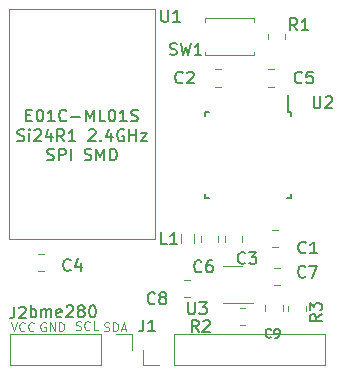
<source format=gbr>
G04 #@! TF.GenerationSoftware,KiCad,Pcbnew,(6.0.11)*
G04 #@! TF.CreationDate,2023-02-28T22:09:58+01:00*
G04 #@! TF.ProjectId,atmega328p-au--e01c-ml01s--bme280--cr2032,61746d65-6761-4333-9238-702d61752d2d,rev?*
G04 #@! TF.SameCoordinates,Original*
G04 #@! TF.FileFunction,Legend,Top*
G04 #@! TF.FilePolarity,Positive*
%FSLAX46Y46*%
G04 Gerber Fmt 4.6, Leading zero omitted, Abs format (unit mm)*
G04 Created by KiCad (PCBNEW (6.0.11)) date 2023-02-28 22:09:58*
%MOMM*%
%LPD*%
G01*
G04 APERTURE LIST*
%ADD10C,0.125000*%
%ADD11C,0.150000*%
%ADD12C,0.120000*%
G04 APERTURE END LIST*
D10*
X98551571Y-88320000D02*
X98480142Y-88284285D01*
X98373000Y-88284285D01*
X98265857Y-88320000D01*
X98194428Y-88391428D01*
X98158714Y-88462857D01*
X98123000Y-88605714D01*
X98123000Y-88712857D01*
X98158714Y-88855714D01*
X98194428Y-88927142D01*
X98265857Y-88998571D01*
X98373000Y-89034285D01*
X98444428Y-89034285D01*
X98551571Y-88998571D01*
X98587285Y-88962857D01*
X98587285Y-88712857D01*
X98444428Y-88712857D01*
X98908714Y-89034285D02*
X98908714Y-88284285D01*
X99337285Y-89034285D01*
X99337285Y-88284285D01*
X99694428Y-89034285D02*
X99694428Y-88284285D01*
X99873000Y-88284285D01*
X99980142Y-88320000D01*
X100051571Y-88391428D01*
X100087285Y-88462857D01*
X100123000Y-88605714D01*
X100123000Y-88712857D01*
X100087285Y-88855714D01*
X100051571Y-88927142D01*
X99980142Y-88998571D01*
X99873000Y-89034285D01*
X99694428Y-89034285D01*
D11*
X97284904Y-87847380D02*
X97284904Y-86847380D01*
X97284904Y-87228333D02*
X97380142Y-87180714D01*
X97570619Y-87180714D01*
X97665857Y-87228333D01*
X97713476Y-87275952D01*
X97761095Y-87371190D01*
X97761095Y-87656904D01*
X97713476Y-87752142D01*
X97665857Y-87799761D01*
X97570619Y-87847380D01*
X97380142Y-87847380D01*
X97284904Y-87799761D01*
X98189666Y-87847380D02*
X98189666Y-87180714D01*
X98189666Y-87275952D02*
X98237285Y-87228333D01*
X98332523Y-87180714D01*
X98475380Y-87180714D01*
X98570619Y-87228333D01*
X98618238Y-87323571D01*
X98618238Y-87847380D01*
X98618238Y-87323571D02*
X98665857Y-87228333D01*
X98761095Y-87180714D01*
X98903952Y-87180714D01*
X98999190Y-87228333D01*
X99046809Y-87323571D01*
X99046809Y-87847380D01*
X99903952Y-87799761D02*
X99808714Y-87847380D01*
X99618238Y-87847380D01*
X99523000Y-87799761D01*
X99475380Y-87704523D01*
X99475380Y-87323571D01*
X99523000Y-87228333D01*
X99618238Y-87180714D01*
X99808714Y-87180714D01*
X99903952Y-87228333D01*
X99951571Y-87323571D01*
X99951571Y-87418809D01*
X99475380Y-87514047D01*
X100332523Y-86942619D02*
X100380142Y-86895000D01*
X100475380Y-86847380D01*
X100713476Y-86847380D01*
X100808714Y-86895000D01*
X100856333Y-86942619D01*
X100903952Y-87037857D01*
X100903952Y-87133095D01*
X100856333Y-87275952D01*
X100284904Y-87847380D01*
X100903952Y-87847380D01*
X101475380Y-87275952D02*
X101380142Y-87228333D01*
X101332523Y-87180714D01*
X101284904Y-87085476D01*
X101284904Y-87037857D01*
X101332523Y-86942619D01*
X101380142Y-86895000D01*
X101475380Y-86847380D01*
X101665857Y-86847380D01*
X101761095Y-86895000D01*
X101808714Y-86942619D01*
X101856333Y-87037857D01*
X101856333Y-87085476D01*
X101808714Y-87180714D01*
X101761095Y-87228333D01*
X101665857Y-87275952D01*
X101475380Y-87275952D01*
X101380142Y-87323571D01*
X101332523Y-87371190D01*
X101284904Y-87466428D01*
X101284904Y-87656904D01*
X101332523Y-87752142D01*
X101380142Y-87799761D01*
X101475380Y-87847380D01*
X101665857Y-87847380D01*
X101761095Y-87799761D01*
X101808714Y-87752142D01*
X101856333Y-87656904D01*
X101856333Y-87466428D01*
X101808714Y-87371190D01*
X101761095Y-87323571D01*
X101665857Y-87275952D01*
X102475380Y-86847380D02*
X102570619Y-86847380D01*
X102665857Y-86895000D01*
X102713476Y-86942619D01*
X102761095Y-87037857D01*
X102808714Y-87228333D01*
X102808714Y-87466428D01*
X102761095Y-87656904D01*
X102713476Y-87752142D01*
X102665857Y-87799761D01*
X102570619Y-87847380D01*
X102475380Y-87847380D01*
X102380142Y-87799761D01*
X102332523Y-87752142D01*
X102284904Y-87656904D01*
X102237285Y-87466428D01*
X102237285Y-87228333D01*
X102284904Y-87037857D01*
X102332523Y-86942619D01*
X102380142Y-86895000D01*
X102475380Y-86847380D01*
D10*
X95623000Y-88284285D02*
X95873000Y-89034285D01*
X96123000Y-88284285D01*
X96801571Y-88962857D02*
X96765857Y-88998571D01*
X96658714Y-89034285D01*
X96587285Y-89034285D01*
X96480142Y-88998571D01*
X96408714Y-88927142D01*
X96373000Y-88855714D01*
X96337285Y-88712857D01*
X96337285Y-88605714D01*
X96373000Y-88462857D01*
X96408714Y-88391428D01*
X96480142Y-88320000D01*
X96587285Y-88284285D01*
X96658714Y-88284285D01*
X96765857Y-88320000D01*
X96801571Y-88355714D01*
X97551571Y-88962857D02*
X97515857Y-88998571D01*
X97408714Y-89034285D01*
X97337285Y-89034285D01*
X97230142Y-88998571D01*
X97158714Y-88927142D01*
X97123000Y-88855714D01*
X97087285Y-88712857D01*
X97087285Y-88605714D01*
X97123000Y-88462857D01*
X97158714Y-88391428D01*
X97230142Y-88320000D01*
X97337285Y-88284285D01*
X97408714Y-88284285D01*
X97515857Y-88320000D01*
X97551571Y-88355714D01*
X101130142Y-88898571D02*
X101237285Y-88934285D01*
X101415857Y-88934285D01*
X101487285Y-88898571D01*
X101523000Y-88862857D01*
X101558714Y-88791428D01*
X101558714Y-88720000D01*
X101523000Y-88648571D01*
X101487285Y-88612857D01*
X101415857Y-88577142D01*
X101273000Y-88541428D01*
X101201571Y-88505714D01*
X101165857Y-88470000D01*
X101130142Y-88398571D01*
X101130142Y-88327142D01*
X101165857Y-88255714D01*
X101201571Y-88220000D01*
X101273000Y-88184285D01*
X101451571Y-88184285D01*
X101558714Y-88220000D01*
X102308714Y-88862857D02*
X102273000Y-88898571D01*
X102165857Y-88934285D01*
X102094428Y-88934285D01*
X101987285Y-88898571D01*
X101915857Y-88827142D01*
X101880142Y-88755714D01*
X101844428Y-88612857D01*
X101844428Y-88505714D01*
X101880142Y-88362857D01*
X101915857Y-88291428D01*
X101987285Y-88220000D01*
X102094428Y-88184285D01*
X102165857Y-88184285D01*
X102273000Y-88220000D01*
X102308714Y-88255714D01*
X102987285Y-88934285D02*
X102630142Y-88934285D01*
X102630142Y-88184285D01*
X103512285Y-88998571D02*
X103619428Y-89034285D01*
X103798000Y-89034285D01*
X103869428Y-88998571D01*
X103905142Y-88962857D01*
X103940857Y-88891428D01*
X103940857Y-88820000D01*
X103905142Y-88748571D01*
X103869428Y-88712857D01*
X103798000Y-88677142D01*
X103655142Y-88641428D01*
X103583714Y-88605714D01*
X103548000Y-88570000D01*
X103512285Y-88498571D01*
X103512285Y-88427142D01*
X103548000Y-88355714D01*
X103583714Y-88320000D01*
X103655142Y-88284285D01*
X103833714Y-88284285D01*
X103940857Y-88320000D01*
X104262285Y-89034285D02*
X104262285Y-88284285D01*
X104440857Y-88284285D01*
X104548000Y-88320000D01*
X104619428Y-88391428D01*
X104655142Y-88462857D01*
X104690857Y-88605714D01*
X104690857Y-88712857D01*
X104655142Y-88855714D01*
X104619428Y-88927142D01*
X104548000Y-88998571D01*
X104440857Y-89034285D01*
X104262285Y-89034285D01*
X104976571Y-88820000D02*
X105333714Y-88820000D01*
X104905142Y-89034285D02*
X105155142Y-88284285D01*
X105405142Y-89034285D01*
D11*
X121925380Y-87611666D02*
X121449190Y-87945000D01*
X121925380Y-88183095D02*
X120925380Y-88183095D01*
X120925380Y-87802142D01*
X120973000Y-87706904D01*
X121020619Y-87659285D01*
X121115857Y-87611666D01*
X121258714Y-87611666D01*
X121353952Y-87659285D01*
X121401571Y-87706904D01*
X121449190Y-87802142D01*
X121449190Y-88183095D01*
X120925380Y-87278333D02*
X120925380Y-86659285D01*
X121306333Y-86992619D01*
X121306333Y-86849761D01*
X121353952Y-86754523D01*
X121401571Y-86706904D01*
X121496809Y-86659285D01*
X121734904Y-86659285D01*
X121830142Y-86706904D01*
X121877761Y-86754523D01*
X121925380Y-86849761D01*
X121925380Y-87135476D01*
X121877761Y-87230714D01*
X121830142Y-87278333D01*
X111506333Y-89097380D02*
X111173000Y-88621190D01*
X110934904Y-89097380D02*
X110934904Y-88097380D01*
X111315857Y-88097380D01*
X111411095Y-88145000D01*
X111458714Y-88192619D01*
X111506333Y-88287857D01*
X111506333Y-88430714D01*
X111458714Y-88525952D01*
X111411095Y-88573571D01*
X111315857Y-88621190D01*
X110934904Y-88621190D01*
X111887285Y-88192619D02*
X111934904Y-88145000D01*
X112030142Y-88097380D01*
X112268238Y-88097380D01*
X112363476Y-88145000D01*
X112411095Y-88192619D01*
X112458714Y-88287857D01*
X112458714Y-88383095D01*
X112411095Y-88525952D01*
X111839666Y-89097380D01*
X112458714Y-89097380D01*
X117648000Y-89512857D02*
X117612285Y-89548571D01*
X117505142Y-89584285D01*
X117433714Y-89584285D01*
X117326571Y-89548571D01*
X117255142Y-89477142D01*
X117219428Y-89405714D01*
X117183714Y-89262857D01*
X117183714Y-89155714D01*
X117219428Y-89012857D01*
X117255142Y-88941428D01*
X117326571Y-88870000D01*
X117433714Y-88834285D01*
X117505142Y-88834285D01*
X117612285Y-88870000D01*
X117648000Y-88905714D01*
X118005142Y-89584285D02*
X118148000Y-89584285D01*
X118219428Y-89548571D01*
X118255142Y-89512857D01*
X118326571Y-89405714D01*
X118362285Y-89262857D01*
X118362285Y-88977142D01*
X118326571Y-88905714D01*
X118290857Y-88870000D01*
X118219428Y-88834285D01*
X118076571Y-88834285D01*
X118005142Y-88870000D01*
X117969428Y-88905714D01*
X117933714Y-88977142D01*
X117933714Y-89155714D01*
X117969428Y-89227142D01*
X118005142Y-89262857D01*
X118076571Y-89298571D01*
X118219428Y-89298571D01*
X118290857Y-89262857D01*
X118326571Y-89227142D01*
X118362285Y-89155714D01*
X108361095Y-61847380D02*
X108361095Y-62656904D01*
X108408714Y-62752142D01*
X108456333Y-62799761D01*
X108551571Y-62847380D01*
X108742047Y-62847380D01*
X108837285Y-62799761D01*
X108884904Y-62752142D01*
X108932523Y-62656904D01*
X108932523Y-61847380D01*
X109932523Y-62847380D02*
X109361095Y-62847380D01*
X109646809Y-62847380D02*
X109646809Y-61847380D01*
X109551571Y-61990238D01*
X109456333Y-62085476D01*
X109361095Y-62133095D01*
X96937737Y-70743907D02*
X97271071Y-70743907D01*
X97413928Y-71267716D02*
X96937737Y-71267716D01*
X96937737Y-70267716D01*
X97413928Y-70267716D01*
X98032975Y-70267716D02*
X98128214Y-70267716D01*
X98223452Y-70315336D01*
X98271071Y-70362955D01*
X98318690Y-70458193D01*
X98366309Y-70648669D01*
X98366309Y-70886764D01*
X98318690Y-71077240D01*
X98271071Y-71172478D01*
X98223452Y-71220097D01*
X98128214Y-71267716D01*
X98032975Y-71267716D01*
X97937737Y-71220097D01*
X97890118Y-71172478D01*
X97842499Y-71077240D01*
X97794880Y-70886764D01*
X97794880Y-70648669D01*
X97842499Y-70458193D01*
X97890118Y-70362955D01*
X97937737Y-70315336D01*
X98032975Y-70267716D01*
X99318690Y-71267716D02*
X98747261Y-71267716D01*
X99032975Y-71267716D02*
X99032975Y-70267716D01*
X98937737Y-70410574D01*
X98842499Y-70505812D01*
X98747261Y-70553431D01*
X100318690Y-71172478D02*
X100271071Y-71220097D01*
X100128214Y-71267716D01*
X100032975Y-71267716D01*
X99890118Y-71220097D01*
X99794880Y-71124859D01*
X99747261Y-71029621D01*
X99699642Y-70839145D01*
X99699642Y-70696288D01*
X99747261Y-70505812D01*
X99794880Y-70410574D01*
X99890118Y-70315336D01*
X100032975Y-70267716D01*
X100128214Y-70267716D01*
X100271071Y-70315336D01*
X100318690Y-70362955D01*
X100747261Y-70886764D02*
X101509166Y-70886764D01*
X101985356Y-71267716D02*
X101985356Y-70267716D01*
X102318690Y-70982002D01*
X102652023Y-70267716D01*
X102652023Y-71267716D01*
X103604404Y-71267716D02*
X103128214Y-71267716D01*
X103128214Y-70267716D01*
X104128214Y-70267716D02*
X104223452Y-70267716D01*
X104318690Y-70315336D01*
X104366309Y-70362955D01*
X104413928Y-70458193D01*
X104461547Y-70648669D01*
X104461547Y-70886764D01*
X104413928Y-71077240D01*
X104366309Y-71172478D01*
X104318690Y-71220097D01*
X104223452Y-71267716D01*
X104128214Y-71267716D01*
X104032975Y-71220097D01*
X103985356Y-71172478D01*
X103937737Y-71077240D01*
X103890118Y-70886764D01*
X103890118Y-70648669D01*
X103937737Y-70458193D01*
X103985356Y-70362955D01*
X104032975Y-70315336D01*
X104128214Y-70267716D01*
X105413928Y-71267716D02*
X104842499Y-71267716D01*
X105128214Y-71267716D02*
X105128214Y-70267716D01*
X105032975Y-70410574D01*
X104937737Y-70505812D01*
X104842499Y-70553431D01*
X105794880Y-71220097D02*
X105937737Y-71267716D01*
X106175833Y-71267716D01*
X106271071Y-71220097D01*
X106318690Y-71172478D01*
X106366309Y-71077240D01*
X106366309Y-70982002D01*
X106318690Y-70886764D01*
X106271071Y-70839145D01*
X106175833Y-70791526D01*
X105985356Y-70743907D01*
X105890118Y-70696288D01*
X105842499Y-70648669D01*
X105794880Y-70553431D01*
X105794880Y-70458193D01*
X105842499Y-70362955D01*
X105890118Y-70315336D01*
X105985356Y-70267716D01*
X106223452Y-70267716D01*
X106366309Y-70315336D01*
X98675833Y-74526097D02*
X98818690Y-74573716D01*
X99056785Y-74573716D01*
X99152023Y-74526097D01*
X99199642Y-74478478D01*
X99247261Y-74383240D01*
X99247261Y-74288002D01*
X99199642Y-74192764D01*
X99152023Y-74145145D01*
X99056785Y-74097526D01*
X98866309Y-74049907D01*
X98771071Y-74002288D01*
X98723452Y-73954669D01*
X98675833Y-73859431D01*
X98675833Y-73764193D01*
X98723452Y-73668955D01*
X98771071Y-73621336D01*
X98866309Y-73573716D01*
X99104404Y-73573716D01*
X99247261Y-73621336D01*
X99675833Y-74573716D02*
X99675833Y-73573716D01*
X100056785Y-73573716D01*
X100152023Y-73621336D01*
X100199642Y-73668955D01*
X100247261Y-73764193D01*
X100247261Y-73907050D01*
X100199642Y-74002288D01*
X100152023Y-74049907D01*
X100056785Y-74097526D01*
X99675833Y-74097526D01*
X100675833Y-74573716D02*
X100675833Y-73573716D01*
X101866309Y-74526097D02*
X102009166Y-74573716D01*
X102247261Y-74573716D01*
X102342499Y-74526097D01*
X102390118Y-74478478D01*
X102437737Y-74383240D01*
X102437737Y-74288002D01*
X102390118Y-74192764D01*
X102342499Y-74145145D01*
X102247261Y-74097526D01*
X102056785Y-74049907D01*
X101961547Y-74002288D01*
X101913928Y-73954669D01*
X101866309Y-73859431D01*
X101866309Y-73764193D01*
X101913928Y-73668955D01*
X101961547Y-73621336D01*
X102056785Y-73573716D01*
X102294880Y-73573716D01*
X102437737Y-73621336D01*
X102866309Y-74573716D02*
X102866309Y-73573716D01*
X103199642Y-74288002D01*
X103532975Y-73573716D01*
X103532975Y-74573716D01*
X104009166Y-74573716D02*
X104009166Y-73573716D01*
X104247261Y-73573716D01*
X104390118Y-73621336D01*
X104485356Y-73716574D01*
X104532975Y-73811812D01*
X104580594Y-74002288D01*
X104580594Y-74145145D01*
X104532975Y-74335621D01*
X104485356Y-74430859D01*
X104390118Y-74526097D01*
X104247261Y-74573716D01*
X104009166Y-74573716D01*
X96175833Y-72896097D02*
X96318690Y-72943716D01*
X96556785Y-72943716D01*
X96652023Y-72896097D01*
X96699642Y-72848478D01*
X96747261Y-72753240D01*
X96747261Y-72658002D01*
X96699642Y-72562764D01*
X96652023Y-72515145D01*
X96556785Y-72467526D01*
X96366309Y-72419907D01*
X96271071Y-72372288D01*
X96223452Y-72324669D01*
X96175833Y-72229431D01*
X96175833Y-72134193D01*
X96223452Y-72038955D01*
X96271071Y-71991336D01*
X96366309Y-71943716D01*
X96604404Y-71943716D01*
X96747261Y-71991336D01*
X97175833Y-72943716D02*
X97175833Y-72277050D01*
X97175833Y-71943716D02*
X97128214Y-71991336D01*
X97175833Y-72038955D01*
X97223452Y-71991336D01*
X97175833Y-71943716D01*
X97175833Y-72038955D01*
X97604404Y-72038955D02*
X97652023Y-71991336D01*
X97747261Y-71943716D01*
X97985356Y-71943716D01*
X98080594Y-71991336D01*
X98128214Y-72038955D01*
X98175833Y-72134193D01*
X98175833Y-72229431D01*
X98128214Y-72372288D01*
X97556785Y-72943716D01*
X98175833Y-72943716D01*
X99032975Y-72277050D02*
X99032975Y-72943716D01*
X98794880Y-71896097D02*
X98556785Y-72610383D01*
X99175833Y-72610383D01*
X100128214Y-72943716D02*
X99794880Y-72467526D01*
X99556785Y-72943716D02*
X99556785Y-71943716D01*
X99937737Y-71943716D01*
X100032975Y-71991336D01*
X100080594Y-72038955D01*
X100128214Y-72134193D01*
X100128214Y-72277050D01*
X100080594Y-72372288D01*
X100032975Y-72419907D01*
X99937737Y-72467526D01*
X99556785Y-72467526D01*
X101080594Y-72943716D02*
X100509166Y-72943716D01*
X100794880Y-72943716D02*
X100794880Y-71943716D01*
X100699642Y-72086574D01*
X100604404Y-72181812D01*
X100509166Y-72229431D01*
X102223452Y-72038955D02*
X102271071Y-71991336D01*
X102366309Y-71943716D01*
X102604404Y-71943716D01*
X102699642Y-71991336D01*
X102747261Y-72038955D01*
X102794880Y-72134193D01*
X102794880Y-72229431D01*
X102747261Y-72372288D01*
X102175833Y-72943716D01*
X102794880Y-72943716D01*
X103223452Y-72848478D02*
X103271071Y-72896097D01*
X103223452Y-72943716D01*
X103175833Y-72896097D01*
X103223452Y-72848478D01*
X103223452Y-72943716D01*
X104128214Y-72277050D02*
X104128214Y-72943716D01*
X103890118Y-71896097D02*
X103652023Y-72610383D01*
X104271071Y-72610383D01*
X105175833Y-71991336D02*
X105080594Y-71943716D01*
X104937737Y-71943716D01*
X104794880Y-71991336D01*
X104699642Y-72086574D01*
X104652023Y-72181812D01*
X104604404Y-72372288D01*
X104604404Y-72515145D01*
X104652023Y-72705621D01*
X104699642Y-72800859D01*
X104794880Y-72896097D01*
X104937737Y-72943716D01*
X105032975Y-72943716D01*
X105175833Y-72896097D01*
X105223452Y-72848478D01*
X105223452Y-72515145D01*
X105032975Y-72515145D01*
X105652023Y-72943716D02*
X105652023Y-71943716D01*
X105652023Y-72419907D02*
X106223452Y-72419907D01*
X106223452Y-72943716D02*
X106223452Y-71943716D01*
X106604404Y-72277050D02*
X107128213Y-72277050D01*
X106604404Y-72943716D01*
X107128213Y-72943716D01*
X107806333Y-86652142D02*
X107758714Y-86699761D01*
X107615857Y-86747380D01*
X107520619Y-86747380D01*
X107377761Y-86699761D01*
X107282523Y-86604523D01*
X107234904Y-86509285D01*
X107187285Y-86318809D01*
X107187285Y-86175952D01*
X107234904Y-85985476D01*
X107282523Y-85890238D01*
X107377761Y-85795000D01*
X107520619Y-85747380D01*
X107615857Y-85747380D01*
X107758714Y-85795000D01*
X107806333Y-85842619D01*
X108377761Y-86175952D02*
X108282523Y-86128333D01*
X108234904Y-86080714D01*
X108187285Y-85985476D01*
X108187285Y-85937857D01*
X108234904Y-85842619D01*
X108282523Y-85795000D01*
X108377761Y-85747380D01*
X108568238Y-85747380D01*
X108663476Y-85795000D01*
X108711095Y-85842619D01*
X108758714Y-85937857D01*
X108758714Y-85985476D01*
X108711095Y-86080714D01*
X108663476Y-86128333D01*
X108568238Y-86175952D01*
X108377761Y-86175952D01*
X108282523Y-86223571D01*
X108234904Y-86271190D01*
X108187285Y-86366428D01*
X108187285Y-86556904D01*
X108234904Y-86652142D01*
X108282523Y-86699761D01*
X108377761Y-86747380D01*
X108568238Y-86747380D01*
X108663476Y-86699761D01*
X108711095Y-86652142D01*
X108758714Y-86556904D01*
X108758714Y-86366428D01*
X108711095Y-86271190D01*
X108663476Y-86223571D01*
X108568238Y-86175952D01*
X111756333Y-83952142D02*
X111708714Y-83999761D01*
X111565857Y-84047380D01*
X111470619Y-84047380D01*
X111327761Y-83999761D01*
X111232523Y-83904523D01*
X111184904Y-83809285D01*
X111137285Y-83618809D01*
X111137285Y-83475952D01*
X111184904Y-83285476D01*
X111232523Y-83190238D01*
X111327761Y-83095000D01*
X111470619Y-83047380D01*
X111565857Y-83047380D01*
X111708714Y-83095000D01*
X111756333Y-83142619D01*
X112613476Y-83047380D02*
X112423000Y-83047380D01*
X112327761Y-83095000D01*
X112280142Y-83142619D01*
X112184904Y-83285476D01*
X112137285Y-83475952D01*
X112137285Y-83856904D01*
X112184904Y-83952142D01*
X112232523Y-83999761D01*
X112327761Y-84047380D01*
X112518238Y-84047380D01*
X112613476Y-83999761D01*
X112661095Y-83952142D01*
X112708714Y-83856904D01*
X112708714Y-83618809D01*
X112661095Y-83523571D01*
X112613476Y-83475952D01*
X112518238Y-83428333D01*
X112327761Y-83428333D01*
X112232523Y-83475952D01*
X112184904Y-83523571D01*
X112137285Y-83618809D01*
X95889666Y-86947380D02*
X95889666Y-87661666D01*
X95842047Y-87804523D01*
X95746809Y-87899761D01*
X95603952Y-87947380D01*
X95508714Y-87947380D01*
X96318238Y-87042619D02*
X96365857Y-86995000D01*
X96461095Y-86947380D01*
X96699190Y-86947380D01*
X96794428Y-86995000D01*
X96842047Y-87042619D01*
X96889666Y-87137857D01*
X96889666Y-87233095D01*
X96842047Y-87375952D01*
X96270619Y-87947380D01*
X96889666Y-87947380D01*
X120556333Y-84402142D02*
X120508714Y-84449761D01*
X120365857Y-84497380D01*
X120270619Y-84497380D01*
X120127761Y-84449761D01*
X120032523Y-84354523D01*
X119984904Y-84259285D01*
X119937285Y-84068809D01*
X119937285Y-83925952D01*
X119984904Y-83735476D01*
X120032523Y-83640238D01*
X120127761Y-83545000D01*
X120270619Y-83497380D01*
X120365857Y-83497380D01*
X120508714Y-83545000D01*
X120556333Y-83592619D01*
X120889666Y-83497380D02*
X121556333Y-83497380D01*
X121127761Y-84497380D01*
X120587583Y-82352142D02*
X120539964Y-82399761D01*
X120397107Y-82447380D01*
X120301869Y-82447380D01*
X120159011Y-82399761D01*
X120063773Y-82304523D01*
X120016154Y-82209285D01*
X119968535Y-82018809D01*
X119968535Y-81875952D01*
X120016154Y-81685476D01*
X120063773Y-81590238D01*
X120159011Y-81495000D01*
X120301869Y-81447380D01*
X120397107Y-81447380D01*
X120539964Y-81495000D01*
X120587583Y-81542619D01*
X121539964Y-82447380D02*
X120968535Y-82447380D01*
X121254250Y-82447380D02*
X121254250Y-81447380D01*
X121159011Y-81590238D01*
X121063773Y-81685476D01*
X120968535Y-81733095D01*
X110611095Y-86597380D02*
X110611095Y-87406904D01*
X110658714Y-87502142D01*
X110706333Y-87549761D01*
X110801571Y-87597380D01*
X110992047Y-87597380D01*
X111087285Y-87549761D01*
X111134904Y-87502142D01*
X111182523Y-87406904D01*
X111182523Y-86597380D01*
X111563476Y-86597380D02*
X112182523Y-86597380D01*
X111849190Y-86978333D01*
X111992047Y-86978333D01*
X112087285Y-87025952D01*
X112134904Y-87073571D01*
X112182523Y-87168809D01*
X112182523Y-87406904D01*
X112134904Y-87502142D01*
X112087285Y-87549761D01*
X111992047Y-87597380D01*
X111706333Y-87597380D01*
X111611095Y-87549761D01*
X111563476Y-87502142D01*
X100670547Y-83822478D02*
X100622928Y-83870097D01*
X100480071Y-83917716D01*
X100384833Y-83917716D01*
X100241975Y-83870097D01*
X100146737Y-83774859D01*
X100099118Y-83679621D01*
X100051499Y-83489145D01*
X100051499Y-83346288D01*
X100099118Y-83155812D01*
X100146737Y-83060574D01*
X100241975Y-82965336D01*
X100384833Y-82917716D01*
X100480071Y-82917716D01*
X100622928Y-82965336D01*
X100670547Y-83012955D01*
X101527690Y-83251050D02*
X101527690Y-83917716D01*
X101289594Y-82870097D02*
X101051499Y-83584383D01*
X101670547Y-83584383D01*
X108837583Y-81647380D02*
X108361392Y-81647380D01*
X108361392Y-80647380D01*
X109694726Y-81647380D02*
X109123297Y-81647380D01*
X109409011Y-81647380D02*
X109409011Y-80647380D01*
X109313773Y-80790238D01*
X109218535Y-80885476D01*
X109123297Y-80933095D01*
X109089666Y-65599761D02*
X109232523Y-65647380D01*
X109470619Y-65647380D01*
X109565857Y-65599761D01*
X109613476Y-65552142D01*
X109661095Y-65456904D01*
X109661095Y-65361666D01*
X109613476Y-65266428D01*
X109565857Y-65218809D01*
X109470619Y-65171190D01*
X109280142Y-65123571D01*
X109184904Y-65075952D01*
X109137285Y-65028333D01*
X109089666Y-64933095D01*
X109089666Y-64837857D01*
X109137285Y-64742619D01*
X109184904Y-64695000D01*
X109280142Y-64647380D01*
X109518238Y-64647380D01*
X109661095Y-64695000D01*
X109994428Y-64647380D02*
X110232523Y-65647380D01*
X110423000Y-64933095D01*
X110613476Y-65647380D01*
X110851571Y-64647380D01*
X111756333Y-65647380D02*
X111184904Y-65647380D01*
X111470619Y-65647380D02*
X111470619Y-64647380D01*
X111375380Y-64790238D01*
X111280142Y-64885476D01*
X111184904Y-64933095D01*
X106832399Y-88047380D02*
X106832399Y-88761666D01*
X106784780Y-88904523D01*
X106689542Y-88999761D01*
X106546685Y-89047380D01*
X106451447Y-89047380D01*
X107832399Y-89047380D02*
X107260971Y-89047380D01*
X107546685Y-89047380D02*
X107546685Y-88047380D01*
X107451447Y-88190238D01*
X107356209Y-88285476D01*
X107260971Y-88333095D01*
X120256333Y-67952142D02*
X120208714Y-67999761D01*
X120065857Y-68047380D01*
X119970619Y-68047380D01*
X119827761Y-67999761D01*
X119732523Y-67904523D01*
X119684904Y-67809285D01*
X119637285Y-67618809D01*
X119637285Y-67475952D01*
X119684904Y-67285476D01*
X119732523Y-67190238D01*
X119827761Y-67095000D01*
X119970619Y-67047380D01*
X120065857Y-67047380D01*
X120208714Y-67095000D01*
X120256333Y-67142619D01*
X121161095Y-67047380D02*
X120684904Y-67047380D01*
X120637285Y-67523571D01*
X120684904Y-67475952D01*
X120780142Y-67428333D01*
X121018238Y-67428333D01*
X121113476Y-67475952D01*
X121161095Y-67523571D01*
X121208714Y-67618809D01*
X121208714Y-67856904D01*
X121161095Y-67952142D01*
X121113476Y-67999761D01*
X121018238Y-68047380D01*
X120780142Y-68047380D01*
X120684904Y-67999761D01*
X120637285Y-67952142D01*
X110156333Y-67952142D02*
X110108714Y-67999761D01*
X109965857Y-68047380D01*
X109870619Y-68047380D01*
X109727761Y-67999761D01*
X109632523Y-67904523D01*
X109584904Y-67809285D01*
X109537285Y-67618809D01*
X109537285Y-67475952D01*
X109584904Y-67285476D01*
X109632523Y-67190238D01*
X109727761Y-67095000D01*
X109870619Y-67047380D01*
X109965857Y-67047380D01*
X110108714Y-67095000D01*
X110156333Y-67142619D01*
X110537285Y-67142619D02*
X110584904Y-67095000D01*
X110680142Y-67047380D01*
X110918238Y-67047380D01*
X111013476Y-67095000D01*
X111061095Y-67142619D01*
X111108714Y-67237857D01*
X111108714Y-67333095D01*
X111061095Y-67475952D01*
X110489666Y-68047380D01*
X111108714Y-68047380D01*
X115456333Y-83252142D02*
X115408714Y-83299761D01*
X115265857Y-83347380D01*
X115170619Y-83347380D01*
X115027761Y-83299761D01*
X114932523Y-83204523D01*
X114884904Y-83109285D01*
X114837285Y-82918809D01*
X114837285Y-82775952D01*
X114884904Y-82585476D01*
X114932523Y-82490238D01*
X115027761Y-82395000D01*
X115170619Y-82347380D01*
X115265857Y-82347380D01*
X115408714Y-82395000D01*
X115456333Y-82442619D01*
X115789666Y-82347380D02*
X116408714Y-82347380D01*
X116075380Y-82728333D01*
X116218238Y-82728333D01*
X116313476Y-82775952D01*
X116361095Y-82823571D01*
X116408714Y-82918809D01*
X116408714Y-83156904D01*
X116361095Y-83252142D01*
X116313476Y-83299761D01*
X116218238Y-83347380D01*
X115932523Y-83347380D01*
X115837285Y-83299761D01*
X115789666Y-83252142D01*
X121261095Y-69147380D02*
X121261095Y-69956904D01*
X121308714Y-70052142D01*
X121356333Y-70099761D01*
X121451571Y-70147380D01*
X121642047Y-70147380D01*
X121737285Y-70099761D01*
X121784904Y-70052142D01*
X121832523Y-69956904D01*
X121832523Y-69147380D01*
X122261095Y-69242619D02*
X122308714Y-69195000D01*
X122403952Y-69147380D01*
X122642047Y-69147380D01*
X122737285Y-69195000D01*
X122784904Y-69242619D01*
X122832523Y-69337857D01*
X122832523Y-69433095D01*
X122784904Y-69575952D01*
X122213476Y-70147380D01*
X122832523Y-70147380D01*
X119856333Y-63547380D02*
X119523000Y-63071190D01*
X119284904Y-63547380D02*
X119284904Y-62547380D01*
X119665857Y-62547380D01*
X119761095Y-62595000D01*
X119808714Y-62642619D01*
X119856333Y-62737857D01*
X119856333Y-62880714D01*
X119808714Y-62975952D01*
X119761095Y-63023571D01*
X119665857Y-63071190D01*
X119284904Y-63071190D01*
X120808714Y-63547380D02*
X120237285Y-63547380D01*
X120523000Y-63547380D02*
X120523000Y-62547380D01*
X120427761Y-62690238D01*
X120332523Y-62785476D01*
X120237285Y-62833095D01*
D12*
X120589250Y-87322064D02*
X120589250Y-86867936D01*
X119119250Y-87322064D02*
X119119250Y-86867936D01*
X114977186Y-88530000D02*
X115431314Y-88530000D01*
X114977186Y-87060000D02*
X115431314Y-87060000D01*
X117169250Y-87356252D02*
X117169250Y-86833748D01*
X118639250Y-87356252D02*
X118639250Y-86833748D01*
X107844313Y-81207669D02*
X95445774Y-81207669D01*
X95445774Y-81207669D02*
X95445774Y-61782220D01*
X95445774Y-61782220D02*
X107844313Y-61782220D01*
X107844313Y-61782220D02*
X107844313Y-81207669D01*
X110292998Y-84660000D02*
X110815502Y-84660000D01*
X110292998Y-86130000D02*
X110815502Y-86130000D01*
X111719250Y-80933748D02*
X111719250Y-81456252D01*
X113189250Y-80933748D02*
X113189250Y-81456252D01*
X105853000Y-89265000D02*
X105853000Y-90595000D01*
X104523000Y-89265000D02*
X105853000Y-89265000D01*
X95573000Y-89265000D02*
X95573000Y-91925000D01*
X103253000Y-89265000D02*
X95573000Y-89265000D01*
X103253000Y-89265000D02*
X103253000Y-91925000D01*
X103253000Y-91925000D02*
X95573000Y-91925000D01*
X118415502Y-83660000D02*
X117892998Y-83660000D01*
X118415502Y-85130000D02*
X117892998Y-85130000D01*
X117692998Y-81930000D02*
X118215502Y-81930000D01*
X117692998Y-80460000D02*
X118215502Y-80460000D01*
X114354250Y-83535000D02*
X115154250Y-83535000D01*
X114354250Y-86655000D02*
X116154250Y-86655000D01*
X114354250Y-86655000D02*
X113554250Y-86655000D01*
X114354250Y-83535000D02*
X113554250Y-83535000D01*
X98428466Y-82480336D02*
X97905962Y-82480336D01*
X98428466Y-83950336D02*
X97905962Y-83950336D01*
X109994250Y-81594622D02*
X109994250Y-80795378D01*
X111114250Y-81594622D02*
X111114250Y-80795378D01*
X112053000Y-62825000D02*
X112053000Y-62525000D01*
X116193000Y-65665000D02*
X112053000Y-65665000D01*
X112053000Y-62525000D02*
X116193000Y-62525000D01*
X116193000Y-65365000D02*
X116193000Y-65665000D01*
X116193000Y-62525000D02*
X116193000Y-62825000D01*
X112053000Y-65665000D02*
X112053000Y-65365000D01*
X122195733Y-91925000D02*
X122195733Y-89265000D01*
X109435733Y-89265000D02*
X122195733Y-89265000D01*
X109435733Y-91925000D02*
X109435733Y-89265000D01*
X108165733Y-91925000D02*
X106835733Y-91925000D01*
X109435733Y-91925000D02*
X122195733Y-91925000D01*
X106835733Y-91925000D02*
X106835733Y-90595000D01*
X117361748Y-66860000D02*
X117884252Y-66860000D01*
X117361748Y-68330000D02*
X117884252Y-68330000D01*
X113384252Y-68330000D02*
X112861748Y-68330000D01*
X113384252Y-66860000D02*
X112861748Y-66860000D01*
X115189250Y-80933748D02*
X115189250Y-81456252D01*
X113719250Y-80933748D02*
X113719250Y-81456252D01*
D11*
X119337733Y-70470000D02*
X119337733Y-70795000D01*
X112087733Y-77720000D02*
X112087733Y-77395000D01*
X119337733Y-77720000D02*
X119337733Y-77395000D01*
X112087733Y-77720000D02*
X112412733Y-77720000D01*
X112087733Y-70470000D02*
X112087733Y-70795000D01*
X112087733Y-70470000D02*
X112412733Y-70470000D01*
X119337733Y-77720000D02*
X119012733Y-77720000D01*
X119337733Y-70470000D02*
X119112733Y-70470000D01*
X119112733Y-70470000D02*
X119112733Y-69045000D01*
D12*
X117388000Y-64322064D02*
X117388000Y-63867936D01*
X118858000Y-64322064D02*
X118858000Y-63867936D01*
M02*

</source>
